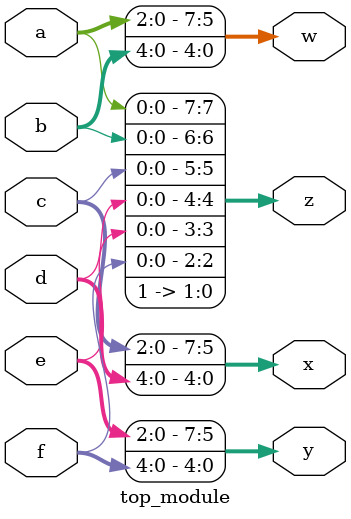
<source format=sv>
module top_module (
    input [4:0] a,
    input [4:0] b,
    input [4:0] c,
    input [4:0] d,
    input [4:0] e,
    input [4:0] f,
    output [7:0] w,
    output [7:0] x,
    output [7:0] y,
    output [7:0] z
);
    
    assign w = {a[4:0], b[4:0]};
    assign x = {c[4:0], d[4:0]};
    assign y = {e[4:0], f[4:0]};
    assign z = {a[0], b[0], c[0], d[0], e[0], f[0], 2'b11};
    
endmodule

</source>
